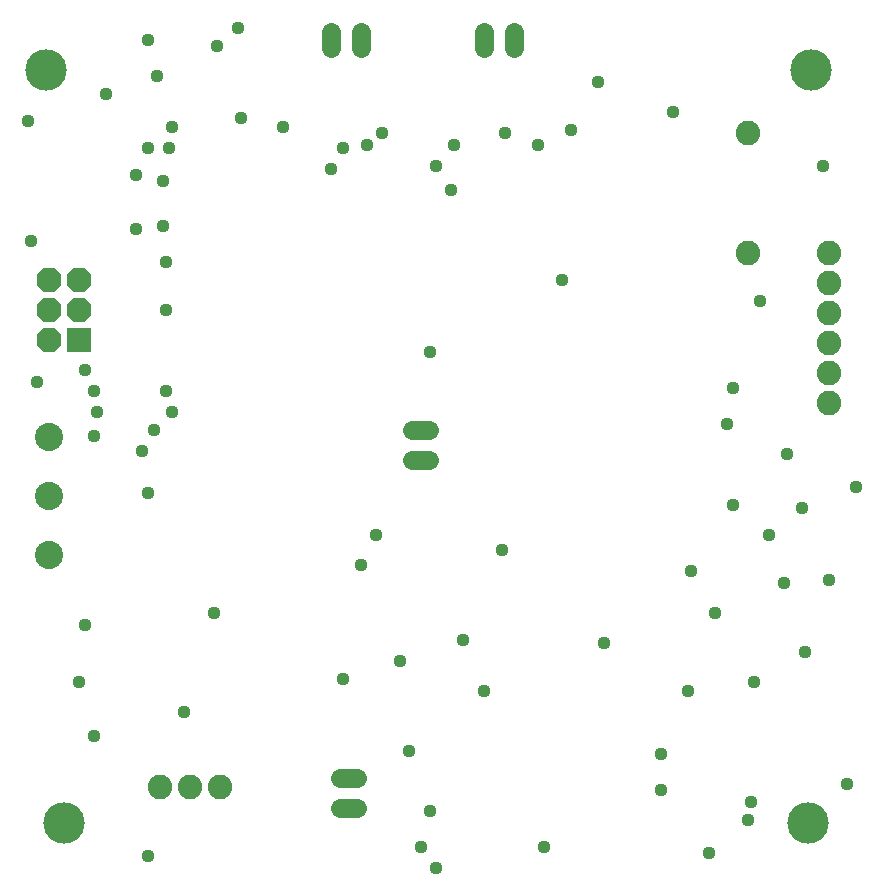
<source format=gbs>
G75*
G70*
%OFA0B0*%
%FSLAX24Y24*%
%IPPOS*%
%LPD*%
%AMOC8*
5,1,8,0,0,1.08239X$1,22.5*
%
%ADD10C,0.0820*%
%ADD11C,0.0940*%
%ADD12C,0.0640*%
%ADD13C,0.1380*%
%ADD14R,0.0820X0.0820*%
%ADD15OC8,0.0820*%
%ADD16C,0.0440*%
D10*
X009234Y004050D03*
X010234Y004050D03*
X011234Y004050D03*
X028834Y021850D03*
X031534Y021850D03*
X031534Y020850D03*
X031534Y019850D03*
X031534Y018850D03*
X031534Y017850D03*
X031534Y016850D03*
X028834Y025850D03*
D11*
X005534Y015719D03*
X005534Y013750D03*
X005534Y011781D03*
D12*
X015254Y004350D02*
X015814Y004350D01*
X015814Y003350D02*
X015254Y003350D01*
X017654Y014950D02*
X018214Y014950D01*
X018214Y015950D02*
X017654Y015950D01*
X015934Y028670D02*
X015934Y029230D01*
X014934Y029230D02*
X014934Y028670D01*
X020034Y028670D02*
X020034Y029230D01*
X021034Y029230D02*
X021034Y028670D01*
D13*
X006034Y002850D03*
X030834Y002850D03*
X030934Y027950D03*
X005434Y027950D03*
D14*
X006534Y018950D03*
D15*
X006534Y019950D03*
X006534Y020950D03*
X005534Y020950D03*
X005534Y019950D03*
X005534Y018950D03*
D16*
X006734Y017950D03*
X007034Y017250D03*
X007134Y016550D03*
X007034Y015750D03*
X008634Y015250D03*
X009034Y015950D03*
X009634Y016550D03*
X009434Y017250D03*
X009434Y019950D03*
X009434Y021550D03*
X009334Y022750D03*
X008434Y022650D03*
X009334Y024250D03*
X008434Y024450D03*
X008834Y025350D03*
X009534Y025350D03*
X009634Y026050D03*
X009134Y027750D03*
X008834Y028950D03*
X007434Y027150D03*
X004834Y026250D03*
X004934Y022250D03*
X005134Y017550D03*
X008834Y013850D03*
X011034Y009850D03*
X010034Y006550D03*
X007034Y005750D03*
X006534Y007550D03*
X006734Y009450D03*
X008834Y001750D03*
X015334Y007650D03*
X017234Y008250D03*
X019334Y008950D03*
X020034Y007250D03*
X017534Y005250D03*
X018234Y003250D03*
X017934Y002050D03*
X018434Y001350D03*
X022034Y002050D03*
X025934Y003950D03*
X025934Y005150D03*
X026834Y007250D03*
X029034Y007550D03*
X030734Y008550D03*
X030034Y010850D03*
X031534Y010950D03*
X029534Y012450D03*
X030634Y013350D03*
X032434Y014050D03*
X030134Y015150D03*
X028334Y013450D03*
X026934Y011250D03*
X027734Y009850D03*
X024034Y008850D03*
X020634Y011950D03*
X016434Y012450D03*
X015934Y011450D03*
X018234Y018550D03*
X022634Y020950D03*
X018934Y023950D03*
X018434Y024750D03*
X019034Y025450D03*
X020734Y025850D03*
X021834Y025450D03*
X022934Y025950D03*
X023834Y027550D03*
X026334Y026550D03*
X031334Y024750D03*
X029234Y020250D03*
X028334Y017350D03*
X028134Y016150D03*
X016634Y025850D03*
X016134Y025450D03*
X015334Y025350D03*
X014934Y024650D03*
X013334Y026050D03*
X011934Y026350D03*
X011134Y028750D03*
X011834Y029350D03*
X032134Y004150D03*
X028934Y003550D03*
X028834Y002950D03*
X027534Y001850D03*
M02*

</source>
